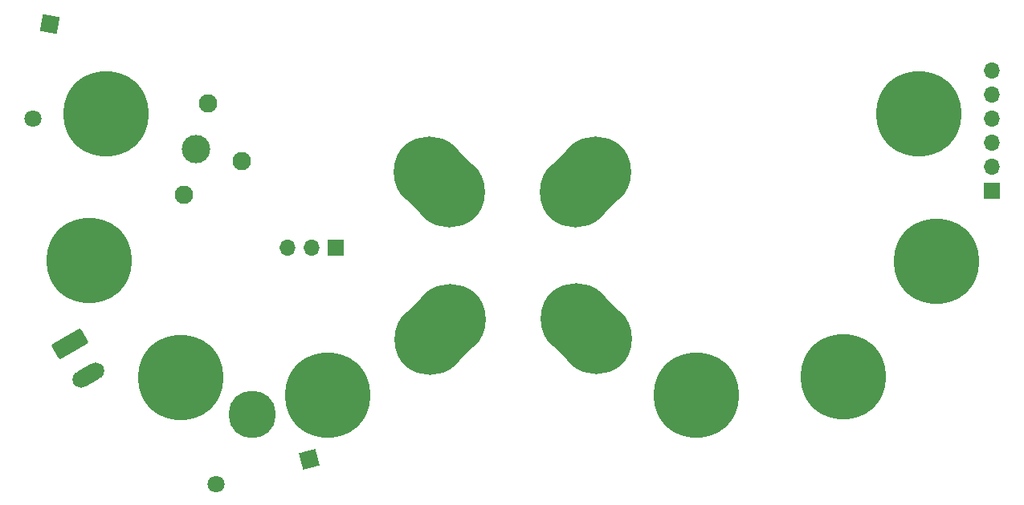
<source format=gbr>
%TF.GenerationSoftware,KiCad,Pcbnew,(6.0.1)*%
%TF.CreationDate,2022-01-29T22:41:37+01:00*%
%TF.ProjectId,AntenneCentraleDipoloStrumentato,416e7465-6e6e-4654-9365-6e7472616c65,rev?*%
%TF.SameCoordinates,Original*%
%TF.FileFunction,Soldermask,Bot*%
%TF.FilePolarity,Negative*%
%FSLAX46Y46*%
G04 Gerber Fmt 4.6, Leading zero omitted, Abs format (unit mm)*
G04 Created by KiCad (PCBNEW (6.0.1)) date 2022-01-29 22:41:37*
%MOMM*%
%LPD*%
G01*
G04 APERTURE LIST*
G04 Aperture macros list*
%AMRoundRect*
0 Rectangle with rounded corners*
0 $1 Rounding radius*
0 $2 $3 $4 $5 $6 $7 $8 $9 X,Y pos of 4 corners*
0 Add a 4 corners polygon primitive as box body*
4,1,4,$2,$3,$4,$5,$6,$7,$8,$9,$2,$3,0*
0 Add four circle primitives for the rounded corners*
1,1,$1+$1,$2,$3*
1,1,$1+$1,$4,$5*
1,1,$1+$1,$6,$7*
1,1,$1+$1,$8,$9*
0 Add four rect primitives between the rounded corners*
20,1,$1+$1,$2,$3,$4,$5,0*
20,1,$1+$1,$4,$5,$6,$7,0*
20,1,$1+$1,$6,$7,$8,$9,0*
20,1,$1+$1,$8,$9,$2,$3,0*%
%AMHorizOval*
0 Thick line with rounded ends*
0 $1 width*
0 $2 $3 position (X,Y) of the first rounded end (center of the circle)*
0 $4 $5 position (X,Y) of the second rounded end (center of the circle)*
0 Add line between two ends*
20,1,$1,$2,$3,$4,$5,0*
0 Add two circle primitives to create the rounded ends*
1,1,$1,$2,$3*
1,1,$1,$4,$5*%
%AMRotRect*
0 Rectangle, with rotation*
0 The origin of the aperture is its center*
0 $1 length*
0 $2 width*
0 $3 Rotation angle, in degrees counterclockwise*
0 Add horizontal line*
21,1,$1,$2,0,0,$3*%
G04 Aperture macros list end*
%ADD10HorizOval,7.500000X1.060660X-1.060660X-1.060660X1.060660X0*%
%ADD11C,0.900000*%
%ADD12C,9.000000*%
%ADD13HorizOval,7.500000X-1.060660X1.060660X1.060660X-1.060660X0*%
%ADD14C,3.000000*%
%ADD15C,1.950000*%
%ADD16RotRect,1.800000X1.800000X195.000000*%
%ADD17HorizOval,1.800000X0.000000X0.000000X0.000000X0.000000X0*%
%ADD18HorizOval,7.500000X1.060660X1.060660X-1.060660X-1.060660X0*%
%ADD19R,1.700000X1.700000*%
%ADD20O,1.700000X1.700000*%
%ADD21HorizOval,7.500000X-1.060660X-1.060660X1.060660X1.060660X0*%
%ADD22RoundRect,0.250000X-1.667339X-0.212083X-1.017339X-1.337917X1.667339X0.212083X1.017339X1.337917X0*%
%ADD23HorizOval,1.800000X-0.779423X-0.450000X0.779423X0.450000X0*%
%ADD24RotRect,1.800000X1.800000X260.000000*%
%ADD25HorizOval,1.800000X0.000000X0.000000X0.000000X0.000000X0*%
%ADD26C,0.800000*%
%ADD27C,5.000000*%
G04 APERTURE END LIST*
D10*
%TO.C,H7*%
X140928100Y-92566500D03*
D11*
X141210236Y-96413868D03*
X138647681Y-94846919D03*
X137635811Y-93730398D03*
X137215082Y-90904092D03*
X140645964Y-88719132D03*
X137080732Y-92284364D03*
X143862593Y-95500993D03*
X139265692Y-88853482D03*
X143208519Y-90286081D03*
X144775468Y-92848636D03*
X144641118Y-94228908D03*
X142590508Y-96279518D03*
X144220389Y-91402602D03*
X142091998Y-89274211D03*
X137993607Y-89632007D03*
X139764202Y-95858789D03*
%TD*%
%TO.C,H10*%
X193344800Y-97513800D03*
X195731285Y-103275285D03*
X189969800Y-100888800D03*
X196719800Y-100888800D03*
D12*
X193344800Y-100888800D03*
D11*
X190958315Y-103275285D03*
X195731285Y-98502315D03*
X190958315Y-98502315D03*
X193344800Y-104263800D03*
%TD*%
%TO.C,H9*%
X156181864Y-104153432D03*
X153171711Y-109164698D03*
X154801592Y-104287782D03*
X155300102Y-111293089D03*
X153529507Y-105066307D03*
X152750982Y-106338392D03*
X160177018Y-109663208D03*
X159756289Y-106836902D03*
X152616632Y-107718664D03*
X160311368Y-108282936D03*
D13*
X156464000Y-108000800D03*
D11*
X158126408Y-111713818D03*
X157627898Y-104708511D03*
X156746136Y-111848168D03*
X158744419Y-105720381D03*
X159398493Y-110935293D03*
X154183581Y-110281219D03*
%TD*%
D14*
%TO.C,C3*%
X115308600Y-89020900D03*
D15*
X114014505Y-93850529D03*
X120138229Y-90314995D03*
X116602695Y-84191271D03*
%TD*%
D16*
%TO.C,D2*%
X127258700Y-121849800D03*
D17*
X117444894Y-124479401D03*
%TD*%
D11*
%TO.C,H11*%
X189129515Y-87679685D03*
X188141000Y-85293200D03*
X193902485Y-82906715D03*
X191516000Y-81918200D03*
X193902485Y-87679685D03*
X189129515Y-82906715D03*
D12*
X191516000Y-85293200D03*
D11*
X191516000Y-88668200D03*
X194891000Y-85293200D03*
%TD*%
%TO.C,H5*%
X116076885Y-110795915D03*
X111303915Y-110795915D03*
X116076885Y-115568885D03*
X110315400Y-113182400D03*
X113690400Y-109807400D03*
X113690400Y-116557400D03*
D12*
X113690400Y-113182400D03*
D11*
X111303915Y-115568885D03*
X117065400Y-113182400D03*
%TD*%
%TO.C,H12*%
X164671400Y-115011200D03*
X170432885Y-117397685D03*
X171421400Y-115011200D03*
X165659915Y-112624715D03*
X168046400Y-118386200D03*
X170432885Y-112624715D03*
X165659915Y-117397685D03*
X168046400Y-111636200D03*
D12*
X168046400Y-115011200D03*
%TD*%
D11*
%TO.C,H6*%
X155249302Y-89265311D03*
D18*
X156413200Y-92557600D03*
D11*
X160260568Y-92275464D03*
X156695336Y-88710232D03*
X160126218Y-90895192D03*
X159347693Y-89623107D03*
X156131064Y-96404968D03*
X152700182Y-94220008D03*
X158693619Y-94838019D03*
X154750792Y-96270618D03*
X153478707Y-95492093D03*
X152565832Y-92839736D03*
X154132781Y-90277181D03*
X159705489Y-93721498D03*
X158075608Y-88844582D03*
X153120911Y-91393702D03*
X157577098Y-95849889D03*
%TD*%
D19*
%TO.C,J2*%
X130007600Y-99440600D03*
D20*
X127467600Y-99440600D03*
X124927600Y-99440600D03*
%TD*%
D11*
%TO.C,H2*%
X105867200Y-81918200D03*
X103480715Y-82906715D03*
X103480715Y-87679685D03*
X105867200Y-88668200D03*
X108253685Y-87679685D03*
D12*
X105867200Y-85293200D03*
D11*
X102492200Y-85293200D03*
X108253685Y-82906715D03*
X109242200Y-85293200D03*
%TD*%
%TO.C,H13*%
X180216200Y-113131600D03*
X181204715Y-110745115D03*
X185977685Y-110745115D03*
X183591200Y-109756600D03*
X181204715Y-115518085D03*
X185977685Y-115518085D03*
X186966200Y-113131600D03*
X183591200Y-116506600D03*
D12*
X183591200Y-113131600D03*
%TD*%
D11*
%TO.C,H8*%
X144724918Y-106448892D03*
X143292319Y-110391719D03*
X142674308Y-104398282D03*
X138731481Y-105830881D03*
X137298882Y-109773708D03*
X139349492Y-111824318D03*
X140729764Y-111958668D03*
X138077407Y-111045793D03*
X144304189Y-109275198D03*
X139848002Y-104819011D03*
X142175798Y-111403589D03*
X143946393Y-105176807D03*
X144859268Y-107829164D03*
X137719611Y-106947402D03*
X141294036Y-104263932D03*
X137164532Y-108393436D03*
D21*
X141011900Y-108111300D03*
%TD*%
D22*
%TO.C,J1*%
X102062000Y-109652800D03*
D23*
X103967000Y-112952357D03*
%TD*%
D19*
%TO.C,J3*%
X199212600Y-93497800D03*
D20*
X199212600Y-90957800D03*
X199212600Y-88417800D03*
X199212600Y-85877800D03*
X199212600Y-83337800D03*
X199212600Y-80797800D03*
%TD*%
D24*
%TO.C,D1*%
X99891300Y-75845400D03*
D25*
X98127035Y-85851047D03*
%TD*%
D11*
%TO.C,H4*%
X104038400Y-104162200D03*
X101651915Y-98400715D03*
X100663400Y-100787200D03*
X106424885Y-103173685D03*
D12*
X104038400Y-100787200D03*
D11*
X106424885Y-98400715D03*
X107413400Y-100787200D03*
X101651915Y-103173685D03*
X104038400Y-97412200D03*
%TD*%
%TO.C,H1*%
X129235200Y-111636200D03*
X131621685Y-117397685D03*
X125860200Y-115011200D03*
X129235200Y-118386200D03*
X126848715Y-112624715D03*
D12*
X129235200Y-115011200D03*
D11*
X131621685Y-112624715D03*
X132610200Y-115011200D03*
X126848715Y-117397685D03*
%TD*%
D26*
%TO.C,H3*%
X121234200Y-115168200D03*
X119908375Y-115717375D03*
X122560025Y-118369025D03*
X123109200Y-117043200D03*
X122560025Y-115717375D03*
X119908375Y-118369025D03*
X121234200Y-118918200D03*
X119359200Y-117043200D03*
D27*
X121234200Y-117043200D03*
%TD*%
M02*

</source>
